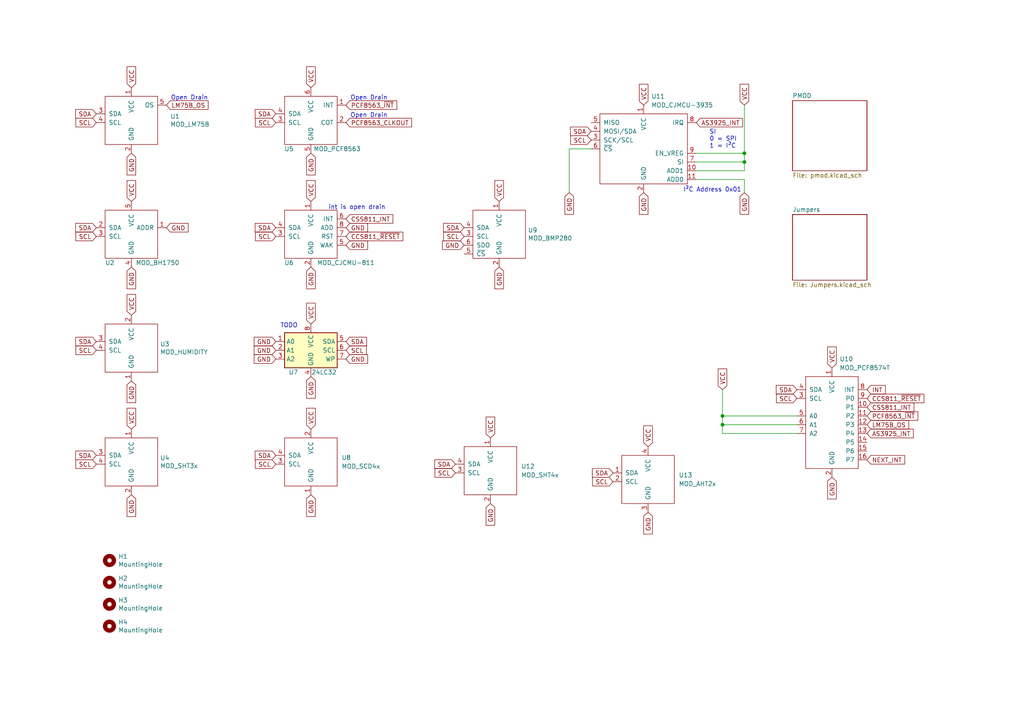
<source format=kicad_sch>
(kicad_sch (version 20230121) (generator eeschema)
  (paper "A4")
  (lib_symbols
    (symbol "AvS_Modules:MOD_AHT2x" (pin_names (offset 1.016))
      (property "Reference" "U" (at -6.35 -8.89 0))
      (property "Value" "MOD_AHT2x" (at 7.62 -8.89 0))
      (symbol "MOD_AHT2x_0_1"
        (rectangle (start -7.62 6.35) (end 7.62 -7.62))
      )
      (symbol "MOD_AHT2x_1_1"
        (pin bidirectional line (at -10.16 1.27 0) (length 2.54) (name "SDA") (number "1"))
        (pin bidirectional line (at -10.16 -1.27 0) (length 2.54) (name "SCL") (number "2"))
        (pin power_in line (at 0 -10.16 90) (length 2.54) (name "GND") (number "3"))
        (pin power_in line (at 0 8.89 270) (length 2.54) (name "VCC") (number "4"))
      )
    )
    (symbol "AvS_Modules:MOD_BH1750" (pin_names (offset 1.016))
      (property "Reference" "U" (at -6.35 -8.89 0))
      (property "Value" "MOD_BH1750" (at 7.62 -8.89 0))
      (symbol "MOD_BH1750_0_1"
        (rectangle (start -7.62 6.35) (end 7.62 -7.62))
      )
      (symbol "MOD_BH1750_1_1"
        (pin input line (at 10.16 1.27 180) (length 2.54) (name "ADDR") (number "1"))
        (pin bidirectional line (at -10.16 1.27 0) (length 2.54) (name "SDA") (number "2"))
        (pin bidirectional line (at -10.16 -1.27 0) (length 2.54) (name "SCL") (number "3"))
        (pin power_in line (at 0 -10.16 90) (length 2.54) (name "GND") (number "4"))
        (pin power_in line (at 0 8.89 270) (length 2.54) (name "VCC") (number "5"))
      )
    )
    (symbol "AvS_Modules:MOD_BMP280" (pin_names (offset 1.016))
      (property "Reference" "U" (at -6.35 -8.89 0))
      (property "Value" "MOD_BMP280" (at 7.62 -8.89 0))
      (symbol "MOD_BMP280_0_1"
        (rectangle (start -7.62 6.35) (end 7.62 -7.62))
      )
      (symbol "MOD_BMP280_1_1"
        (pin power_in line (at 0 8.89 270) (length 2.54) (name "VCC") (number "1"))
        (pin power_in line (at 0 -10.16 90) (length 2.54) (name "GND") (number "2"))
        (pin bidirectional line (at -10.16 -1.27 0) (length 2.54) (name "SCL") (number "3"))
        (pin bidirectional line (at -10.16 1.27 0) (length 2.54) (name "SDA") (number "4"))
        (pin input line (at -10.16 -6.35 0) (length 2.54) (name "~{CS}") (number "5"))
        (pin output line (at -10.16 -3.81 0) (length 2.54) (name "SDO") (number "6"))
      )
    )
    (symbol "AvS_Modules:MOD_CJCMU-811" (pin_names (offset 1.016))
      (property "Reference" "U" (at -6.35 -8.89 0))
      (property "Value" "MOD_CJCMU-811" (at 7.62 -8.89 0))
      (symbol "MOD_CJCMU-811_0_1"
        (rectangle (start -7.62 6.35) (end 7.62 -7.62))
      )
      (symbol "MOD_CJCMU-811_1_1"
        (pin power_in line (at 0 8.89 270) (length 2.54) (name "VCC") (number "1"))
        (pin power_in line (at 0 -10.16 90) (length 2.54) (name "GND") (number "2"))
        (pin bidirectional line (at -10.16 -1.27 0) (length 2.54) (name "SCL") (number "3"))
        (pin bidirectional line (at -10.16 1.27 0) (length 2.54) (name "SDA") (number "4"))
        (pin bidirectional line (at 10.16 -3.81 180) (length 2.54) (name "WAK") (number "5"))
        (pin bidirectional line (at 10.16 3.81 180) (length 2.54) (name "INT") (number "6"))
        (pin bidirectional line (at 10.16 -1.27 180) (length 2.54) (name "RST") (number "7"))
        (pin bidirectional line (at 10.16 1.27 180) (length 2.54) (name "ADD") (number "8"))
      )
    )
    (symbol "AvS_Modules:MOD_CJMCU-3935" (pin_names (offset 1.016))
      (property "Reference" "U" (at -6.35 -11.43 0))
      (property "Value" "MOD_CJMCU-3935" (at -3.175 -3.175 0))
      (symbol "MOD_CJMCU-3935_0_1"
        (rectangle (start -12.7 10.16) (end 12.7 -10.16))
      )
      (symbol "MOD_CJMCU-3935_1_1"
        (pin power_in line (at 0 12.7 270) (length 2.54) (name "VCC") (number "1"))
        (pin bidirectional line (at 15.24 -6.35 180) (length 2.54) (name "ADD1") (number "10"))
        (pin bidirectional line (at 15.24 -8.89 180) (length 2.54) (name "ADD0") (number "11"))
        (pin power_in line (at 0 -12.7 90) (length 2.54) (name "GND") (number "2"))
        (pin bidirectional line (at -15.24 2.54 0) (length 2.54) (name "SCK/SCL") (number "3"))
        (pin bidirectional line (at -15.24 5.08 0) (length 2.54) (name "MOSI/SDA") (number "4"))
        (pin bidirectional line (at -15.24 7.62 0) (length 2.54) (name "MISO") (number "5"))
        (pin bidirectional line (at -15.24 0 0) (length 2.54) (name "~{CS}") (number "6"))
        (pin bidirectional line (at 15.24 -3.81 180) (length 2.54) (name "SI") (number "7"))
        (pin bidirectional line (at 15.24 7.62 180) (length 2.54) (name "IRQ") (number "8"))
        (pin bidirectional line (at 15.24 -1.27 180) (length 2.54) (name "EN_VREG") (number "9"))
      )
    )
    (symbol "AvS_Modules:MOD_HUMIDITY" (pin_names (offset 1.016))
      (property "Reference" "U" (at -6.35 -8.89 0))
      (property "Value" "MOD_HUMIDITY" (at 7.62 -8.89 0))
      (symbol "MOD_HUMIDITY_0_1"
        (rectangle (start -7.62 6.35) (end 7.62 -7.62))
      )
      (symbol "MOD_HUMIDITY_1_1"
        (pin power_in line (at 0 -10.16 90) (length 2.54) (name "GND") (number "1"))
        (pin power_in line (at 0 8.89 270) (length 2.54) (name "VCC") (number "2"))
        (pin bidirectional line (at -10.16 1.27 0) (length 2.54) (name "SDA") (number "3"))
        (pin bidirectional line (at -10.16 -1.27 0) (length 2.54) (name "SCL") (number "4"))
      )
    )
    (symbol "AvS_Modules:MOD_LM75B" (pin_names (offset 1.016))
      (property "Reference" "U" (at -6.35 -8.89 0))
      (property "Value" "MOD_LM75B" (at 7.62 -8.89 0))
      (symbol "MOD_LM75B_0_1"
        (rectangle (start -7.62 6.35) (end 7.62 -7.62))
      )
      (symbol "MOD_LM75B_1_1"
        (pin power_in line (at 0 8.89 270) (length 2.54) (name "VCC") (number "1"))
        (pin power_in line (at 0 -10.16 90) (length 2.54) (name "GND") (number "2"))
        (pin bidirectional line (at -10.16 1.27 0) (length 2.54) (name "SDA") (number "3"))
        (pin bidirectional line (at -10.16 -1.27 0) (length 2.54) (name "SCL") (number "4"))
        (pin bidirectional line (at 10.16 3.81 180) (length 2.54) (name "OS") (number "5"))
      )
    )
    (symbol "AvS_Modules:MOD_PCF8563" (pin_names (offset 1.016))
      (property "Reference" "U" (at -6.35 -8.89 0))
      (property "Value" "MOD_PCF8563" (at 7.62 -8.89 0))
      (symbol "MOD_PCF8563_0_1"
        (rectangle (start -7.62 6.35) (end 7.62 -7.62))
      )
      (symbol "MOD_PCF8563_1_1"
        (pin output line (at 10.16 3.81 180) (length 2.54) (name "INT") (number "1"))
        (pin output line (at 10.16 -1.27 180) (length 2.54) (name "COT") (number "2"))
        (pin bidirectional line (at -10.16 -1.27 0) (length 2.54) (name "SCL") (number "3"))
        (pin bidirectional line (at -10.16 1.27 0) (length 2.54) (name "SDA") (number "4"))
        (pin power_in line (at 0 -10.16 90) (length 2.54) (name "GND") (number "5"))
        (pin power_in line (at 0 8.89 270) (length 2.54) (name "VCC") (number "6"))
      )
    )
    (symbol "AvS_Modules:MOD_PCF8574T" (pin_names (offset 1.016))
      (property "Reference" "U" (at -6.35 -15.24 0))
      (property "Value" "MOD_PCF8574T" (at 8.89 -15.24 0))
      (symbol "MOD_PCF8574T_0_1"
        (rectangle (start -7.62 13.97) (end 7.62 -12.7))
      )
      (symbol "MOD_PCF8574T_1_1"
        (pin power_in line (at 0 16.51 270) (length 2.54) (name "VCC") (number "1"))
        (pin input line (at 10.16 5.08 180) (length 2.54) (name "P1") (number "10"))
        (pin input line (at 10.16 2.54 180) (length 2.54) (name "P2") (number "11"))
        (pin input line (at 10.16 0 180) (length 2.54) (name "P3") (number "12"))
        (pin input line (at 10.16 -2.54 180) (length 2.54) (name "P4") (number "13"))
        (pin input line (at 10.16 -5.08 180) (length 2.54) (name "P5") (number "14"))
        (pin input line (at 10.16 -7.62 180) (length 2.54) (name "P6") (number "15"))
        (pin input line (at 10.16 -10.16 180) (length 2.54) (name "P7") (number "16"))
        (pin power_in line (at 0 -15.24 90) (length 2.54) (name "GND") (number "2"))
        (pin bidirectional line (at -10.16 7.62 0) (length 2.54) (name "SCL") (number "3"))
        (pin bidirectional line (at -10.16 10.16 0) (length 2.54) (name "SDA") (number "4"))
        (pin input line (at -10.16 2.54 0) (length 2.54) (name "A0") (number "5"))
        (pin input line (at -10.16 0 0) (length 2.54) (name "A1") (number "6"))
        (pin input line (at -10.16 -2.54 0) (length 2.54) (name "A2") (number "7"))
        (pin bidirectional line (at 10.16 10.16 180) (length 2.54) (name "INT") (number "8"))
        (pin input line (at 10.16 7.62 180) (length 2.54) (name "P0") (number "9"))
      )
    )
    (symbol "AvS_Modules:MOD_SCD4x" (pin_names (offset 1.016))
      (property "Reference" "U" (at -6.35 -8.89 0))
      (property "Value" "MOD_SCD4x" (at 7.62 -8.89 0))
      (symbol "MOD_SCD4x_0_1"
        (rectangle (start -7.62 6.35) (end 7.62 -7.62))
      )
      (symbol "MOD_SCD4x_1_1"
        (pin power_in line (at 0 -10.16 90) (length 2.54) (name "GND") (number "1"))
        (pin power_in line (at 0 8.89 270) (length 2.54) (name "VCC") (number "2"))
        (pin bidirectional line (at -10.16 -1.27 0) (length 2.54) (name "SCL") (number "3"))
        (pin bidirectional line (at -10.16 1.27 0) (length 2.54) (name "SDA") (number "4"))
      )
    )
    (symbol "AvS_Modules:MOD_SHT3X" (pin_names (offset 1.016))
      (property "Reference" "U" (at -6.35 -8.89 0))
      (property "Value" "MOD_SHT3X" (at 7.62 -8.89 0))
      (symbol "MOD_SHT3X_0_1"
        (rectangle (start -7.62 6.35) (end 7.62 -7.62))
      )
      (symbol "MOD_SHT3X_1_1"
        (pin power_in line (at 0 8.89 270) (length 2.54) (name "VCC") (number "1"))
        (pin power_in line (at 0 -10.16 90) (length 2.54) (name "GND") (number "2"))
        (pin bidirectional line (at -10.16 1.27 0) (length 2.54) (name "SDA") (number "3"))
        (pin bidirectional line (at -10.16 -1.27 0) (length 2.54) (name "SCL") (number "4"))
      )
    )
    (symbol "AvS_Modules:MOD_SHT4x" (pin_names (offset 1.016))
      (property "Reference" "U" (at -6.35 -8.89 0))
      (property "Value" "MOD_SHT4x" (at 7.62 -8.89 0))
      (symbol "MOD_SHT4x_0_1"
        (rectangle (start -7.62 6.35) (end 7.62 -7.62))
      )
      (symbol "MOD_SHT4x_1_1"
        (pin power_in line (at 0 8.89 270) (length 2.54) (name "VCC") (number "1"))
        (pin power_in line (at 0 -10.16 90) (length 2.54) (name "GND") (number "2"))
        (pin bidirectional line (at -10.16 -1.27 0) (length 2.54) (name "SCL") (number "3"))
        (pin bidirectional line (at -10.16 1.27 0) (length 2.54) (name "SDA") (number "4"))
      )
    )
    (symbol "Mechanical:MountingHole" (pin_names (offset 1.016))
      (property "Reference" "H" (at 0 5.08 0))
      (property "Value" "MountingHole" (at 0 3.175 0))
      (symbol "MountingHole_0_1"
        (circle (center 0 0) (radius 1.27) (stroke (width 1.27)))
      )
    )
    (symbol "Memory_EEPROM:24LC32"
      (property "Reference" "U" (at -6.35 6.35 0))
      (property "Value" "24LC32" (at 1.27 6.35 0))
      (symbol "24LC32_1_1"
        (rectangle (start -7.62 5.08) (end 7.62 -5.08) (stroke (width 0.254)) (fill (type background)))
        (pin input line (at -10.16 2.54 0) (length 2.54) (name "A0") (number "1"))
        (pin input line (at -10.16 0 0) (length 2.54) (name "A1") (number "2"))
        (pin input line (at -10.16 -2.54 0) (length 2.54) (name "A2") (number "3"))
        (pin power_in line (at 0 -7.62 90) (length 2.54) (name "GND") (number "4"))
        (pin bidirectional line (at 10.16 2.54 180) (length 2.54) (name "SDA") (number "5"))
        (pin input line (at 10.16 0 180) (length 2.54) (name "SCL") (number "6"))
        (pin input line (at 10.16 -2.54 180) (length 2.54) (name "WP") (number "7"))
        (pin power_in line (at 0 7.62 270) (length 2.54) (name "VCC") (number "8"))
      )
    )
  )
  (junction (at 215.9 46.99))
  (junction (at 209.55 123.19))
  (junction (at 209.55 120.65))
  (junction (at 215.9 44.45))
  (wire (pts (xy 201.93 52.07) (xy 215.9 52.07)))
  (wire (pts (xy 201.93 49.53) (xy 215.9 49.53)))
  (wire (pts (xy 215.9 52.07) (xy 215.9 55.88)))
  (wire (pts (xy 201.93 44.45) (xy 215.9 44.45)))
  (wire (pts (xy 171.45 43.18) (xy 165.1 43.18)))
  (wire (pts (xy 215.9 46.99) (xy 215.9 44.45)))
  (wire (pts (xy 209.55 113.03) (xy 209.55 120.65)))
  (wire (pts (xy 209.55 125.73) (xy 231.14 125.73)))
  (wire (pts (xy 165.1 43.18) (xy 165.1 55.88)))
  (wire (pts (xy 209.55 120.65) (xy 209.55 123.19)))
  (wire (pts (xy 201.93 46.99) (xy 215.9 46.99)))
  (wire (pts (xy 209.55 125.73) (xy 209.55 123.19)))
  (wire (pts (xy 209.55 123.19) (xy 231.14 123.19)))
  (wire (pts (xy 215.9 49.53) (xy 215.9 46.99)))
  (wire (pts (xy 209.55 120.65) (xy 231.14 120.65)))
  (wire (pts (xy 215.9 44.45) (xy 215.9 30.48)))
  (text "I²C Address 0x01" (at 198.12 55.88 0) (effects (font (size 1.27 1.27)) (justify left bottom)))
  (text "int is open drain\n" (at 95.25 60.96 0) (effects (font (size 1.27 1.27)) (justify left bottom)))
  (text "SI \n0 = SPI\n1 = I²C" (at 205.74 43.18 0) (effects (font (size 1.27 1.27)) (justify left bottom)))
  (text "Open Drain" (at 101.6 34.29 0) (effects (font (size 1.27 1.27)) (justify left bottom)))
  (text "TODO" (at 81.28 95.25 0) (effects (font (size 1.27 1.27)) (justify left bottom)))
  (text "Open Drain" (at 49.53 29.21 0) (effects (font (size 1.27 1.27)) (justify left bottom)))
  (text "Open Drain" (at 101.6 29.21 0) (effects (font (size 1.27 1.27)) (justify left bottom)))
  (global_label "SDA" (shape input) (at 80.01 33.02 180) (property "Intersheetrefs" "${INTERSHEET_REFS}" (effects hide)) (property "Intersheet-verwijzingen" "${INTERSHEET_REFS}" (effects hide)))
  (global_label "SCL" (shape input) (at 231.14 115.57 180) (property "Intersheetrefs" "${INTERSHEET_REFS}" (effects hide)) (property "Intersheet-verwijzingen" "${INTERSHEET_REFS}" (effects hide)))
  (global_label "SDA" (shape input) (at 80.01 132.08 180) (property "Intersheetrefs" "${INTERSHEET_REFS}" (effects hide)) (property "Intersheet-verwijzingen" "${INTERSHEET_REFS}" (effects hide)))
  (global_label "GND" (shape input) (at 38.1 77.47 270) (property "Intersheetrefs" "${INTERSHEET_REFS}" (effects hide)) (property "Intersheet-verwijzingen" "${INTERSHEET_REFS}" (effects hide)))
  (global_label "SCL" (shape input) (at 27.94 68.58 180) (property "Intersheetrefs" "${INTERSHEET_REFS}" (effects hide)) (property "Intersheet-verwijzingen" "${INTERSHEET_REFS}" (effects hide)))
  (global_label "VCC" (shape input) (at 186.69 30.48 90) (property "Intersheetrefs" "${INTERSHEET_REFS}" (effects hide)) (property "Intersheet-verwijzingen" "${INTERSHEET_REFS}" (effects hide)))
  (global_label "GND" (shape input) (at 134.62 71.12 180) (property "Intersheetrefs" "${INTERSHEET_REFS}" (effects hide)) (property "Intersheet-verwijzingen" "${INTERSHEET_REFS}" (effects hide)))
  (global_label "SDA" (shape input) (at 100.33 99.06 0) (property "Intersheetrefs" "${INTERSHEET_REFS}" (effects hide)) (property "Intersheet-verwijzingen" "${INTERSHEET_REFS}" (effects hide)))
  (global_label "GND" (shape input) (at 100.33 71.12 0) (property "Intersheetrefs" "${INTERSHEET_REFS}" (effects hide)) (property "Intersheet-verwijzingen" "${INTERSHEET_REFS}" (effects hide)))
  (global_label "SCL" (shape input) (at 80.01 35.56 180) (property "Intersheetrefs" "${INTERSHEET_REFS}" (effects hide)) (property "Intersheet-verwijzingen" "${INTERSHEET_REFS}" (effects hide)))
  (global_label "GND" (shape input) (at 100.33 66.04 0) (property "Intersheetrefs" "${INTERSHEET_REFS}" (effects hide)) (property "Intersheet-verwijzingen" "${INTERSHEET_REFS}" (effects hide)))
  (global_label "PCF8563_CLKOUT" (shape input) (at 100.33 35.56 0) (property "Intersheetrefs" "${INTERSHEET_REFS}" (effects hide)) (property "Intersheet-verwijzingen" "${INTERSHEET_REFS}" (effects hide)))
  (global_label "GND" (shape input) (at 142.24 146.05 270) (property "Intersheetrefs" "${INTERSHEET_REFS}" (effects hide)) (property "Intersheet-verwijzingen" "${INTERSHEET_REFS}" (effects hide)))
  (global_label "VCC" (shape input) (at 38.1 58.42 90) (property "Intersheetrefs" "${INTERSHEET_REFS}" (effects hide)) (property "Intersheet-verwijzingen" "${INTERSHEET_REFS}" (effects hide)))
  (global_label "VCC" (shape input) (at 90.17 93.98 90) (property "Intersheetrefs" "${INTERSHEET_REFS}" (effects hide)) (property "Intersheet-verwijzingen" "${INTERSHEET_REFS}" (effects hide)))
  (global_label "SDA" (shape input) (at 171.45 38.1 180) (property "Intersheetrefs" "${INTERSHEET_REFS}" (effects hide)) (property "Intersheet-verwijzingen" "${INTERSHEET_REFS}" (effects hide)))
  (global_label "SCL" (shape input) (at 27.94 35.56 180) (property "Intersheetrefs" "${INTERSHEET_REFS}" (effects hide)) (property "Intersheet-verwijzingen" "${INTERSHEET_REFS}" (effects hide)))
  (global_label "SDA" (shape input) (at 231.14 113.03 180) (property "Intersheetrefs" "${INTERSHEET_REFS}" (effects hide)) (property "Intersheet-verwijzingen" "${INTERSHEET_REFS}" (effects hide)))
  (global_label "VCC" (shape input) (at 241.3 106.68 90) (property "Intersheetrefs" "${INTERSHEET_REFS}" (effects hide)) (property "Intersheet-verwijzingen" "${INTERSHEET_REFS}" (effects hide)))
  (global_label "VCC" (shape input) (at 90.17 25.4 90) (property "Intersheetrefs" "${INTERSHEET_REFS}" (effects hide)) (property "Intersheet-verwijzingen" "${INTERSHEET_REFS}" (effects hide)))
  (global_label "GND" (shape input) (at 38.1 143.51 270) (property "Intersheetrefs" "${INTERSHEET_REFS}" (effects hide)) (property "Intersheet-verwijzingen" "${INTERSHEET_REFS}" (effects hide)))
  (global_label "VCC" (shape input) (at 38.1 124.46 90) (property "Intersheetrefs" "${INTERSHEET_REFS}" (effects hide)) (property "Intersheet-verwijzingen" "${INTERSHEET_REFS}" (effects hide)))
  (global_label "GND" (shape input) (at 90.17 143.51 270) (property "Intersheetrefs" "${INTERSHEET_REFS}" (effects hide)) (property "Intersheet-verwijzingen" "${INTERSHEET_REFS}" (effects hide)))
  (global_label "AS3925_INT" (shape input) (at 201.93 35.56 0) (property "Intersheetrefs" "${INTERSHEET_REFS}" (effects hide)))
  (global_label "SCL" (shape input) (at 132.08 137.16 180) (property "Intersheetrefs" "${INTERSHEET_REFS}" (effects hide)) (property "Intersheet-verwijzingen" "${INTERSHEET_REFS}" (effects hide)))
  (global_label "SCL" (shape input) (at 80.01 134.62 180) (property "Intersheetrefs" "${INTERSHEET_REFS}" (effects hide)) (property "Intersheet-verwijzingen" "${INTERSHEET_REFS}" (effects hide)))
  (global_label "VCC" (shape input) (at 215.9 30.48 90) (property "Intersheetrefs" "${INTERSHEET_REFS}" (effects hide)) (property "Intersheet-verwijzingen" "${INTERSHEET_REFS}" (effects hide)))
  (global_label "PCF8563_~{INT}" (shape input) (at 251.46 120.65 0) (property "Intersheetrefs" "${INTERSHEET_REFS}" (effects hide)) (property "Intersheet-verwijzingen" "${INTERSHEET_REFS}" (effects hide)))
  (global_label "SDA" (shape input) (at 80.01 66.04 180) (property "Intersheetrefs" "${INTERSHEET_REFS}" (effects hide)) (property "Intersheet-verwijzingen" "${INTERSHEET_REFS}" (effects hide)))
  (global_label "GND" (shape input) (at 241.3 138.43 270) (property "Intersheetrefs" "${INTERSHEET_REFS}" (effects hide)) (property "Intersheet-verwijzingen" "${INTERSHEET_REFS}" (effects hide)))
  (global_label "LM75B_OS" (shape input) (at 251.46 123.19 0) (property "Intersheetrefs" "${INTERSHEET_REFS}" (effects hide)) (property "Intersheet-verwijzingen" "${INTERSHEET_REFS}" (effects hide)))
  (global_label "VCC" (shape input) (at 187.96 129.54 90) (property "Intersheetrefs" "${INTERSHEET_REFS}" (effects hide)) (property "Intersheet-verwijzingen" "${INTERSHEET_REFS}" (effects hide)))
  (global_label "CSS811_INT" (shape input) (at 251.46 118.11 0) (property "Intersheetrefs" "${INTERSHEET_REFS}" (effects hide)) (property "Intersheet-verwijzingen" "${INTERSHEET_REFS}" (effects hide)))
  (global_label "GND" (shape input) (at 187.96 148.59 270) (property "Intersheetrefs" "${INTERSHEET_REFS}" (effects hide)) (property "Intersheet-verwijzingen" "${INTERSHEET_REFS}" (effects hide)))
  (global_label "SCL" (shape input) (at 171.45 40.64 180) (property "Intersheetrefs" "${INTERSHEET_REFS}" (effects hide)) (property "Intersheet-verwijzingen" "${INTERSHEET_REFS}" (effects hide)))
  (global_label "SDA" (shape input) (at 134.62 66.04 180) (property "Intersheetrefs" "${INTERSHEET_REFS}" (effects hide)) (property "Intersheet-verwijzingen" "${INTERSHEET_REFS}" (effects hide)))
  (global_label "SCL" (shape input) (at 134.62 68.58 180) (property "Intersheetrefs" "${INTERSHEET_REFS}" (effects hide)) (property "Intersheet-verwijzingen" "${INTERSHEET_REFS}" (effects hide)))
  (global_label "GND" (shape input) (at 215.9 55.88 270) (property "Intersheetrefs" "${INTERSHEET_REFS}" (effects hide)) (property "Intersheet-verwijzingen" "${INTERSHEET_REFS}" (effects hide)))
  (global_label "SDA" (shape input) (at 27.94 99.06 180) (property "Intersheetrefs" "${INTERSHEET_REFS}" (effects hide)) (property "Intersheet-verwijzingen" "${INTERSHEET_REFS}" (effects hide)))
  (global_label "VCC" (shape input) (at 90.17 58.42 90) (property "Intersheetrefs" "${INTERSHEET_REFS}" (effects hide)) (property "Intersheet-verwijzingen" "${INTERSHEET_REFS}" (effects hide)))
  (global_label "GND" (shape input) (at 100.33 104.14 0) (property "Intersheetrefs" "${INTERSHEET_REFS}" (effects hide)) (property "Intersheet-verwijzingen" "${INTERSHEET_REFS}" (effects hide)))
  (global_label "CSS811_INT" (shape input) (at 100.33 63.5 0) (property "Intersheetrefs" "${INTERSHEET_REFS}" (effects hide)) (property "Intersheet-verwijzingen" "${INTERSHEET_REFS}" (effects hide)))
  (global_label "SDA" (shape input) (at 27.94 66.04 180) (property "Intersheetrefs" "${INTERSHEET_REFS}" (effects hide)) (property "Intersheet-verwijzingen" "${INTERSHEET_REFS}" (effects hide)))
  (global_label "GND" (shape input) (at 38.1 110.49 270) (property "Intersheetrefs" "${INTERSHEET_REFS}" (effects hide)) (property "Intersheet-verwijzingen" "${INTERSHEET_REFS}" (effects hide)))
  (global_label "GND" (shape input) (at 80.01 99.06 180) (property "Intersheetrefs" "${INTERSHEET_REFS}" (effects hide)) (property "Intersheet-verwijzingen" "${INTERSHEET_REFS}" (effects hide)))
  (global_label "AS3925_INT" (shape input) (at 251.46 125.73 0) (property "Intersheetrefs" "${INTERSHEET_REFS}" (effects hide)))
  (global_label "CCS811_~{RESET}" (shape input) (at 100.33 68.58 0) (property "Intersheetrefs" "${INTERSHEET_REFS}" (effects hide)) (property "Intersheet-verwijzingen" "${INTERSHEET_REFS}" (effects hide)))
  (global_label "VCC" (shape input) (at 90.17 124.46 90) (property "Intersheetrefs" "${INTERSHEET_REFS}" (effects hide)) (property "Intersheet-verwijzingen" "${INTERSHEET_REFS}" (effects hide)))
  (global_label "GND" (shape input) (at 90.17 44.45 270) (property "Intersheetrefs" "${INTERSHEET_REFS}" (effects hide)) (property "Intersheet-verwijzingen" "${INTERSHEET_REFS}" (effects hide)))
  (global_label "NEXT_INT" (shape input) (at 251.46 133.35 0) (property "Intersheetrefs" "${INTERSHEET_REFS}" (effects hide)) (property "Intersheet-verwijzingen" "${INTERSHEET_REFS}" (effects hide)))
  (global_label "SCL" (shape input) (at 80.01 68.58 180) (property "Intersheetrefs" "${INTERSHEET_REFS}" (effects hide)) (property "Intersheet-verwijzingen" "${INTERSHEET_REFS}" (effects hide)))
  (global_label "SDA" (shape input) (at 132.08 134.62 180) (property "Intersheetrefs" "${INTERSHEET_REFS}" (effects hide)) (property "Intersheet-verwijzingen" "${INTERSHEET_REFS}" (effects hide)))
  (global_label "VCC" (shape input) (at 209.55 113.03 90) (property "Intersheetrefs" "${INTERSHEET_REFS}" (effects hide)) (property "Intersheet-verwijzingen" "${INTERSHEET_REFS}" (effects hide)))
  (global_label "GND" (shape input) (at 90.17 109.22 270) (property "Intersheetrefs" "${INTERSHEET_REFS}" (effects hide)) (property "Intersheet-verwijzingen" "${INTERSHEET_REFS}" (effects hide)))
  (global_label "SDA" (shape input) (at 177.8 137.16 180) (property "Intersheetrefs" "${INTERSHEET_REFS}" (effects hide)) (property "Intersheet-verwijzingen" "${INTERSHEET_REFS}" (effects hide)))
  (global_label "VCC" (shape input) (at 38.1 91.44 90) (property "Intersheetrefs" "${INTERSHEET_REFS}" (effects hide)) (property "Intersheet-verwijzingen" "${INTERSHEET_REFS}" (effects hide)))
  (global_label "PCF8563_~{INT}" (shape input) (at 100.33 30.48 0) (property "Intersheetrefs" "${INTERSHEET_REFS}" (effects hide)) (property "Intersheet-verwijzingen" "${INTERSHEET_REFS}" (effects hide)))
  (global_label "VCC" (shape input) (at 142.24 127 90) (property "Intersheetrefs" "${INTERSHEET_REFS}" (effects hide)) (property "Intersheet-verwijzingen" "${INTERSHEET_REFS}" (effects hide)))
  (global_label "SDA" (shape input) (at 27.94 33.02 180) (property "Intersheetrefs" "${INTERSHEET_REFS}" (effects hide)) (property "Intersheet-verwijzingen" "${INTERSHEET_REFS}" (effects hide)))
  (global_label "SCL" (shape input) (at 27.94 101.6 180) (property "Intersheetrefs" "${INTERSHEET_REFS}" (effects hide)) (property "Intersheet-verwijzingen" "${INTERSHEET_REFS}" (effects hide)))
  (global_label "SCL" (shape input) (at 177.8 139.7 180) (property "Intersheetrefs" "${INTERSHEET_REFS}" (effects hide)) (property "Intersheet-verwijzingen" "${INTERSHEET_REFS}" (effects hide)))
  (global_label "GND" (shape input) (at 144.78 77.47 270) (property "Intersheetrefs" "${INTERSHEET_REFS}" (effects hide)) (property "Intersheet-verwijzingen" "${INTERSHEET_REFS}" (effects hide)))
  (global_label "VCC" (shape input) (at 144.78 58.42 90) (property "Intersheetrefs" "${INTERSHEET_REFS}" (effects hide)) (property "Intersheet-verwijzingen" "${INTERSHEET_REFS}" (effects hide)))
  (global_label "VCC" (shape input) (at 38.1 25.4 90) (property "Intersheetrefs" "${INTERSHEET_REFS}" (effects hide)) (property "Intersheet-verwijzingen" "${INTERSHEET_REFS}" (effects hide)))
  (global_label "LM75B_OS" (shape input) (at 48.26 30.48 0) (property "Intersheetrefs" "${INTERSHEET_REFS}" (effects hide)) (property "Intersheet-verwijzingen" "${INTERSHEET_REFS}" (effects hide)))
  (global_label "GND" (shape input) (at 186.69 55.88 270) (property "Intersheetrefs" "${INTERSHEET_REFS}" (effects hide)) (property "Intersheet-verwijzingen" "${INTERSHEET_REFS}" (effects hide)))
  (global_label "GND" (shape input) (at 80.01 101.6 180) (property "Intersheetrefs" "${INTERSHEET_REFS}" (effects hide)) (property "Intersheet-verwijzingen" "${INTERSHEET_REFS}" (effects hide)))
  (global_label "SCL" (shape input) (at 100.33 101.6 0) (property "Intersheetrefs" "${INTERSHEET_REFS}" (effects hide)) (property "Intersheet-verwijzingen" "${INTERSHEET_REFS}" (effects hide)))
  (global_label "GND" (shape input) (at 90.17 77.47 270) (property "Intersheetrefs" "${INTERSHEET_REFS}" (effects hide)) (property "Intersheet-verwijzingen" "${INTERSHEET_REFS}" (effects hide)))
  (global_label "GND" (shape input) (at 38.1 44.45 270) (property "Intersheetrefs" "${INTERSHEET_REFS}" (effects hide)) (property "Intersheet-verwijzingen" "${INTERSHEET_REFS}" (effects hide)))
  (global_label "SDA" (shape input) (at 27.94 132.08 180) (property "Intersheetrefs" "${INTERSHEET_REFS}" (effects hide)) (property "Intersheet-verwijzingen" "${INTERSHEET_REFS}" (effects hide)))
  (global_label "SCL" (shape input) (at 27.94 134.62 180) (property "Intersheetrefs" "${INTERSHEET_REFS}" (effects hide)) (property "Intersheet-verwijzingen" "${INTERSHEET_REFS}" (effects hide)))
  (global_label "CCS811_~{RESET}" (shape input) (at 251.46 115.57 0) (property "Intersheetrefs" "${INTERSHEET_REFS}" (effects hide)) (property "Intersheet-verwijzingen" "${INTERSHEET_REFS}" (effects hide)))
  (global_label "INT" (shape input) (at 251.46 113.03 0) (property "Intersheetrefs" "${INTERSHEET_REFS}" (effects hide)) (property "Intersheet-verwijzingen" "${INTERSHEET_REFS}" (effects hide)))
  (global_label "GND" (shape input) (at 80.01 104.14 180) (property "Intersheetrefs" "${INTERSHEET_REFS}" (effects hide)) (property "Intersheet-verwijzingen" "${INTERSHEET_REFS}" (effects hide)))
  (global_label "GND" (shape input) (at 165.1 55.88 270) (property "Intersheetrefs" "${INTERSHEET_REFS}" (effects hide)) (property "Intersheet-verwijzingen" "${INTERSHEET_REFS}" (effects hide)))
  (global_label "GND" (shape input) (at 48.26 66.04 0) (property "Intersheetrefs" "${INTERSHEET_REFS}" (effects hide)) (property "Intersheet-verwijzingen" "${INTERSHEET_REFS}" (effects hide)))
  (symbol (lib_id "AvS_Modules:MOD_BH1750") (at 38.1 67.31 0) (unit 1)
    (property "Reference" "U2" (at 30.48 76.2 0) (effects (justify left)))
    (property "Value" "MOD_BH1750" (at 39.37 76.2 0) (effects (justify left)))
    (property "Footprint" "AvS_Modules:MOD_BH1750" (effects hide))
  )
  (symbol (lib_id "AvS_Modules:MOD_BMP280") (at 144.78 67.31 0) (unit 1)
    (property "Reference" "U9" (at 153.1112 66.7766 0) (effects (justify left)))
    (property "Value" "MOD_BMP280" (at 153.1112 69.088 0) (effects (justify left)))
    (property "Footprint" "AvS_Modules:MOD_BMP280" (effects hide))
  )
  (symbol (lib_id "AvS_Modules:MOD_CJCMU-811") (at 90.17 67.31 0) (unit 1)
    (property "Reference" "U6" (at 83.82 76.2 0))
    (property "Value" "MOD_CJCMU-811" (at 100.33 76.2 0))
    (property "Footprint" "AvS_Modules:MOD_CJMCU-811" (effects hide))
  )
  (symbol (lib_id "AvS_Modules:MOD_HUMIDITY") (at 38.1 100.33 0) (unit 1)
    (property "Reference" "U3" (at 46.4312 99.7966 0) (effects (justify left)))
    (property "Value" "MOD_HUMIDITY" (at 46.4312 102.108 0) (effects (justify left)))
    (property "Footprint" "AvS_Modules:MOD_HUMIDITY" (effects hide))
  )
  (symbol (lib_id "AvS_Modules:MOD_LM75B") (at 38.1 34.29 0) (unit 1)
    (property "Reference" "U1" (at 49.3776 33.7566 0) (effects (justify left)))
    (property "Value" "MOD_LM75B" (at 49.3776 36.068 0) (effects (justify left)))
    (property "Footprint" "AvS_Modules:MOD_LM75B" (effects hide))
  )
  (symbol (lib_id "AvS_Modules:MOD_PCF8563") (at 90.17 34.29 0) (unit 1)
    (property "Reference" "U5" (at 83.82 43.18 0))
    (property "Value" "MOD_PCF8563" (at 97.79 43.18 0))
    (property "Footprint" "AvS_Modules:MOD_PCF8563" (effects hide))
  )
  (symbol (lib_id "AvS_Modules:MOD_SHT3X") (at 38.1 133.35 0) (unit 1)
    (property "Reference" "U4" (at 46.4312 132.8166 0) (effects (justify left)))
    (property "Value" "MOD_SHT3x" (at 46.4312 135.128 0) (effects (justify left)))
    (property "Footprint" "AvS_Modules:MOD_SHT3x" (effects hide))
  )
  (symbol (lib_id "Memory_EEPROM:24LC32") (at 90.17 101.6 0) (unit 1)
    (property "Reference" "U7" (at 85.09 107.95 0))
    (property "Value" "24LC32" (at 93.98 107.95 0))
    (property "Footprint" "Package_DIP:DIP-8_W7.62mm_Socket" (effects hide))
    (property "Datasheet" "http://ww1.microchip.com/downloads/en/DeviceDoc/21072G.pdf" (effects hide))
  )
  (symbol (lib_id "Mechanical:MountingHole") (at 31.75 181.61 0) (unit 1)
    (property "Reference" "H4" (at 34.29 180.4416 0) (effects (justify left)))
    (property "Value" "MountingHole" (at 34.29 182.753 0) (effects (justify left)))
    (property "Footprint" "MountingHole:MountingHole_3.2mm_M3_Pad_Via" (effects hide))
  )
  (symbol (lib_id "Mechanical:MountingHole") (at 31.75 175.26 0) (unit 1)
    (property "Reference" "H3" (at 34.29 174.0916 0) (effects (justify left)))
    (property "Value" "MountingHole" (at 34.29 176.403 0) (effects (justify left)))
    (property "Footprint" "MountingHole:MountingHole_3.2mm_M3_Pad_Via" (effects hide))
  )
  (symbol (lib_id "Mechanical:MountingHole") (at 31.75 168.91 0) (unit 1)
    (property "Reference" "H2" (at 34.29 167.7416 0) (effects (justify left)))
    (property "Value" "MountingHole" (at 34.29 170.053 0) (effects (justify left)))
    (property "Footprint" "MountingHole:MountingHole_3.2mm_M3_Pad_Via" (effects hide))
  )
  (symbol (lib_id "Mechanical:MountingHole") (at 31.75 162.56 0) (unit 1)
    (property "Reference" "H1" (at 34.29 161.3916 0) (effects (justify left)))
    (property "Value" "MountingHole" (at 34.29 163.703 0) (effects (justify left)))
    (property "Footprint" "MountingHole:MountingHole_3.2mm_M3_Pad_Via" (effects hide))
  )
  (symbol (lib_id "AvS_Modules:MOD_PCF8574T") (at 241.3 123.19 0) (unit 1)
    (property "Reference" "U10" (at 243.4941 104.14 0) (effects (justify left)))
    (property "Value" "MOD_PCF8574T" (at 243.4941 106.68 0) (effects (justify left)))
    (property "Footprint" "AvS_Modules:MOD_PCF8574T" (effects hide))
  )
  (symbol (lib_id "AvS_Modules:MOD_CJMCU-3935") (at 186.69 43.18 0) (unit 1)
    (property "Reference" "U11" (at 188.8841 27.94 0) (effects (justify left)))
    (property "Value" "MOD_CJMCU-3935" (at 188.8841 30.48 0) (effects (justify left)))
    (property "Footprint" "AvS_Modules:MOD_CJMCU-3935" (effects hide))
  )
  (symbol (lib_id "AvS_Modules:MOD_SCD4x") (at 90.17 133.35 0) (unit 1)
    (property "Reference" "U8" (at 99.06 132.715 0) (effects (justify left)))
    (property "Value" "MOD_SCD4x" (at 99.06 135.255 0) (effects (justify left)))
    (property "Footprint" "AvS_Modules:MOD_SCD4x" (effects hide))
  )
  (symbol (lib_id "AvS_Modules:MOD_AHT2x") (at 187.96 138.43 0) (unit 1)
    (property "Reference" "U13" (at 196.85 137.795 0) (effects (justify left)))
    (property "Value" "MOD_AHT2x" (at 196.85 140.335 0) (effects (justify left)))
    (property "Footprint" "AvS_Modules:MOD_AHT2x" (effects hide))
  )
  (symbol (lib_id "AvS_Modules:MOD_SHT4x") (at 142.24 135.89 0) (unit 1)
    (property "Reference" "U12" (at 151.13 135.255 0) (effects (justify left)))
    (property "Value" "MOD_SHT4x" (at 151.13 137.795 0) (effects (justify left)))
    (property "Footprint" "AvS_Modules:MOD_SHT4x" (effects hide))
  )
  (sheet (at 229.87 29.21) (size 21.59 20.32)
    (property "Sheetname" "PMOD" (at 229.87 28.4984 0) (effects (justify left bottom)))
    (property "Sheetfile" "pmod.kicad_sch" (at 229.87 50.1146 0) (effects (justify left top)))
  )
  (sheet (at 229.87 62.23) (size 21.59 19.05)
    (property "Sheetname" "Jumpers" (at 229.87 61.5184 0) (effects (justify left bottom)))
    (property "Sheetfile" "Jumpers.kicad_sch" (at 229.87 81.8646 0) (effects (justify left top)))
  )
)
</source>
